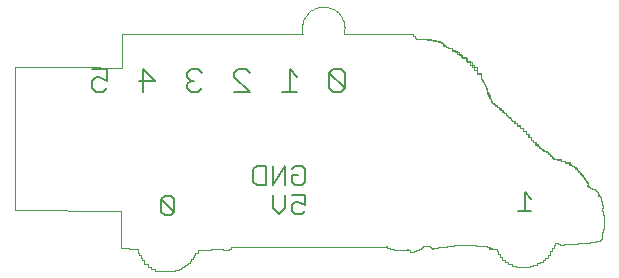
<source format=gbo>
G75*
%MOIN*%
%OFA0B0*%
%FSLAX24Y24*%
%IPPOS*%
%LPD*%
%AMOC8*
5,1,8,0,0,1.08239X$1,22.5*
%
%ADD10C,0.0010*%
%ADD11C,0.0004*%
%ADD12C,0.0070*%
%ADD13C,0.0060*%
D10*
X005682Y009387D02*
X005682Y009460D01*
X005557Y009460D01*
X005557Y009555D01*
X005438Y009555D01*
X005438Y009675D01*
X005386Y009675D01*
X005386Y009746D01*
X005331Y009746D01*
X005331Y009835D01*
X005283Y009835D01*
X005283Y009927D01*
X005250Y009927D01*
X005250Y010007D01*
X005235Y010007D01*
X005235Y010055D01*
X005135Y010055D01*
X005135Y010061D01*
X004929Y010061D01*
X004929Y010074D01*
X004755Y010074D01*
X005682Y009387D02*
X005818Y009387D01*
X005818Y009333D01*
X005969Y009333D01*
X005969Y009320D01*
X006023Y009320D01*
X006023Y009312D01*
X006073Y009312D01*
X006073Y009309D01*
X006244Y009309D01*
X006244Y009310D01*
X006349Y009310D01*
X006349Y009313D01*
X006415Y009313D01*
X006415Y009320D02*
X006463Y009320D01*
X006463Y009335D01*
X006514Y009335D01*
X006514Y009363D02*
X006595Y009363D01*
X006595Y009396D01*
X006672Y009396D01*
X006672Y009417D01*
X006716Y009417D01*
X006716Y009440D01*
X006758Y009440D01*
X006758Y009471D01*
X006807Y009471D01*
X006807Y009514D01*
X006871Y009514D01*
X006871Y009550D01*
X006918Y009550D01*
X006918Y009598D01*
X006966Y009598D01*
X006966Y009653D01*
X007016Y009653D01*
X007016Y009715D01*
X007064Y009715D01*
X007064Y009780D01*
X007109Y009780D01*
X007109Y009846D01*
X007149Y009846D01*
X007149Y009909D01*
X007182Y009909D01*
X007207Y009931D01*
X007231Y009931D01*
X007231Y010005D01*
X007256Y010005D01*
X007256Y010011D01*
X007305Y010011D01*
X007305Y010014D01*
X007335Y010014D01*
X007335Y010017D01*
X007384Y010017D01*
X007384Y010021D01*
X007444Y010021D01*
X007444Y010023D01*
X007508Y010023D01*
X007508Y010027D01*
X007581Y010027D01*
X007581Y010031D01*
X007664Y010031D01*
X007664Y010037D01*
X007748Y010037D01*
X007748Y010043D01*
X007821Y010043D01*
X007821Y010049D01*
X007893Y010049D01*
X007893Y010053D01*
X007948Y010053D01*
X007948Y010055D01*
X007990Y010055D01*
X007990Y010056D01*
X008020Y010056D01*
X008020Y010054D01*
X008041Y010054D01*
X008041Y010051D01*
X008054Y010051D01*
X008054Y010045D01*
X008063Y010045D01*
X008063Y010038D01*
X008068Y010038D01*
X008068Y010023D01*
X008084Y010023D01*
X008084Y010011D01*
X008111Y010011D01*
X008111Y010003D01*
X008146Y010003D01*
X008146Y010001D01*
X008189Y010001D01*
X008189Y010003D01*
X008211Y010003D01*
X008211Y010007D01*
X008233Y010007D01*
X008233Y010017D01*
X008256Y010017D01*
X008256Y010031D01*
X008283Y010031D01*
X008283Y010049D01*
X008311Y010049D01*
X008311Y010066D01*
X008328Y010066D01*
X008328Y010088D01*
X008340Y010088D01*
X008353Y010123D01*
X008364Y010123D01*
X008377Y010124D01*
X013513Y010111D01*
X013488Y010154D01*
X013552Y010154D01*
X013552Y010099D01*
X013633Y010099D01*
X013633Y010063D01*
X013698Y010063D01*
X013698Y010040D01*
X013756Y010040D01*
X013756Y010026D01*
X013822Y010026D01*
X013822Y010018D01*
X013917Y010018D01*
X013917Y010016D01*
X014033Y010016D01*
X014033Y010020D01*
X014142Y010020D01*
X014142Y010031D01*
X014217Y010031D01*
X014217Y010036D01*
X014237Y010036D01*
X014237Y010035D01*
X014253Y010035D01*
X014253Y010024D01*
X014270Y010024D01*
X014270Y010000D01*
X014296Y010000D01*
X014296Y009965D01*
X014344Y009965D01*
X014344Y009949D01*
X014391Y009949D01*
X014391Y009953D01*
X014437Y009953D01*
X014437Y009975D01*
X014482Y009975D01*
X014482Y009991D01*
X014513Y009991D01*
X014513Y010008D01*
X014553Y010008D01*
X014553Y010030D01*
X014611Y010030D01*
X014611Y010054D01*
X014661Y010054D01*
X014661Y010079D01*
X014698Y010079D01*
X014698Y010103D01*
X014720Y010103D01*
X014720Y010123D01*
X014736Y010123D01*
X014736Y010136D01*
X014760Y010136D01*
X014760Y010143D01*
X014806Y010143D01*
X014806Y010149D01*
X014885Y010149D01*
X014885Y010154D01*
X014975Y010154D01*
X014975Y010131D01*
X014981Y010131D01*
X014981Y010107D01*
X014993Y010107D01*
X014993Y010083D01*
X015013Y010083D01*
X015013Y010071D01*
X015028Y010071D01*
X015028Y010063D01*
X015041Y010063D01*
X015041Y010061D01*
X015056Y010061D01*
X015056Y010063D01*
X015075Y010063D01*
X015075Y010067D01*
X015107Y010067D01*
X015107Y010075D01*
X015167Y010075D01*
X015167Y010087D01*
X015247Y010087D01*
X015247Y010100D01*
X015338Y010100D01*
X015338Y010114D01*
X015438Y010114D01*
X015438Y010129D01*
X015542Y010129D01*
X015542Y010142D01*
X015636Y010142D01*
X015636Y010152D01*
X015710Y010152D01*
X015710Y010160D01*
X015766Y010160D01*
X015766Y010169D01*
X015814Y010169D01*
X015814Y010176D01*
X015849Y010176D01*
X015849Y010182D01*
X015866Y010182D01*
X015866Y010187D01*
X015897Y010187D01*
X015897Y010188D01*
X015969Y010188D01*
X015969Y010186D01*
X016074Y010186D01*
X016074Y010182D01*
X016204Y010182D01*
X016204Y010176D01*
X016350Y010176D01*
X016350Y010167D01*
X016503Y010167D01*
X016503Y010156D01*
X016656Y010156D01*
X016656Y010144D01*
X016800Y010144D01*
X016800Y010139D01*
X016838Y010139D01*
X016838Y010134D01*
X016867Y010134D01*
X016867Y010128D01*
X016888Y010128D01*
X016888Y010119D01*
X016900Y010119D01*
X016900Y010112D01*
X016914Y010112D01*
X016914Y010105D01*
X016933Y010105D01*
X016933Y010100D01*
X016961Y010100D01*
X016961Y010097D01*
X017001Y010097D01*
X017001Y010093D01*
X017006Y010081D01*
X017006Y010075D01*
X017038Y010075D01*
X017038Y010066D01*
X017064Y010066D01*
X017064Y010051D01*
X016953Y010088D01*
X016953Y010063D01*
X016998Y010063D01*
X016998Y010048D01*
X017039Y010048D01*
X017039Y010040D01*
X017081Y010040D01*
X017081Y010038D01*
X017208Y010038D01*
X017208Y009988D01*
X017233Y009988D01*
X017233Y009887D01*
X017296Y009887D01*
X017296Y009784D01*
X017380Y009784D01*
X017380Y009690D01*
X017476Y009690D01*
X017476Y009615D01*
X017576Y009615D01*
X017576Y009549D01*
X017695Y009549D01*
X017695Y009499D01*
X017823Y009499D01*
X017823Y009464D01*
X017958Y009464D01*
X017958Y009446D01*
X018202Y009446D01*
X018202Y009459D01*
X018309Y009459D01*
X018309Y009484D01*
X018417Y009484D01*
X018417Y009520D01*
X018522Y009520D01*
X018522Y009567D01*
X018624Y009567D01*
X018624Y009624D01*
X018721Y009624D01*
X018721Y009690D01*
X018812Y009690D01*
X018812Y009765D01*
X018893Y009765D01*
X018893Y009861D01*
X018973Y009861D01*
X018973Y009972D01*
X019047Y009972D01*
X019047Y010084D01*
X019106Y010084D01*
X019106Y010184D01*
X019141Y010184D01*
X019141Y010231D01*
X019152Y010231D01*
X019152Y010235D01*
X019205Y010235D01*
X019205Y010237D01*
X019233Y010237D01*
X019233Y010235D01*
X019251Y010235D01*
X019251Y010231D01*
X019262Y010231D01*
X019262Y010222D01*
X019271Y010222D01*
X019271Y010209D01*
X019281Y010209D01*
X019281Y010201D01*
X019296Y010201D01*
X019296Y010196D01*
X019322Y010196D01*
X019322Y010194D01*
X019368Y010194D01*
X019368Y010197D01*
X019441Y010197D01*
X019441Y010203D01*
X019548Y010203D01*
X019548Y010214D01*
X019696Y010214D01*
X019696Y010229D01*
X019893Y010229D01*
X019893Y010242D01*
X020062Y010242D01*
X020062Y010251D01*
X020196Y010251D01*
X020196Y010260D01*
X020298Y010260D01*
X020298Y010267D01*
X020374Y010267D01*
X020374Y010273D01*
X020428Y010273D01*
X020428Y010278D01*
X020464Y010278D01*
X020464Y010284D01*
X020487Y010284D01*
X020487Y010290D01*
X020501Y010290D01*
X020501Y010303D01*
X020539Y010303D01*
X020539Y010308D01*
X020584Y010308D01*
X020584Y010309D01*
X020610Y010309D01*
X020610Y010313D01*
X020629Y010313D01*
X020629Y010323D01*
X020646Y010323D01*
X020646Y010340D01*
X020664Y010340D01*
X020664Y010361D01*
X020680Y010361D01*
X020680Y010378D01*
X020690Y010378D01*
X020690Y010401D01*
X020694Y010401D01*
X020694Y010436D01*
X020694Y010436D01*
X020694Y010491D01*
X020697Y010491D01*
X020697Y010543D01*
X020707Y010543D01*
X020707Y010587D01*
X020720Y010587D01*
X020720Y010616D01*
X020736Y010616D01*
X020736Y010649D01*
X020749Y010649D01*
X020749Y010713D01*
X020758Y010713D01*
X020758Y010799D01*
X020762Y010799D01*
X020762Y010899D01*
X020764Y010899D01*
X020764Y011003D01*
X020762Y011003D01*
X020762Y011103D01*
X020756Y011103D01*
X020756Y011189D01*
X020747Y011189D01*
X020747Y011254D01*
X020734Y011254D01*
X020734Y011330D01*
X020720Y011330D01*
X020720Y011403D01*
X020728Y011403D01*
X020728Y011475D01*
X020722Y011475D01*
X020722Y011533D01*
X020712Y011533D01*
X020712Y011597D01*
X020700Y011597D01*
X020700Y011660D01*
X020685Y011660D01*
X020685Y011715D01*
X020670Y011715D01*
X020670Y011758D01*
X020657Y011758D01*
X020657Y011782D01*
X020646Y011782D01*
X020646Y011798D01*
X020627Y011798D01*
X020627Y011804D01*
X020605Y011804D01*
X020605Y011805D01*
X020592Y011805D01*
X020592Y011810D01*
X020585Y011810D01*
X020585Y011820D01*
X020584Y011820D01*
X020584Y011839D01*
X020587Y011839D01*
X020587Y011860D01*
X020589Y011860D01*
X020589Y011879D01*
X020584Y011879D01*
X020584Y011903D01*
X020572Y011903D01*
X020572Y011940D01*
X020547Y011940D01*
X020547Y011964D01*
X020530Y011964D01*
X020530Y011982D01*
X020516Y011982D01*
X020516Y011998D01*
X020499Y011998D01*
X020499Y012011D01*
X020480Y012011D01*
X020480Y012024D01*
X020454Y012024D01*
X020454Y012040D01*
X020417Y012040D01*
X020417Y012060D01*
X020368Y012060D01*
X020368Y012085D01*
X020302Y012085D01*
X020302Y012102D01*
X020259Y012102D01*
X020259Y012115D01*
X020234Y012115D01*
X020234Y012127D01*
X020221Y012127D01*
X020221Y012142D01*
X020215Y012142D01*
X020215Y012164D01*
X020214Y012164D01*
X020214Y012179D01*
X020220Y012179D01*
X020220Y012195D01*
X020227Y012195D01*
X020227Y012220D01*
X020230Y012220D01*
X020230Y012235D01*
X020229Y012235D01*
X020229Y012248D01*
X020224Y012248D01*
X020224Y012258D01*
X020215Y012258D01*
X020215Y012267D01*
X020201Y012267D01*
X020201Y012281D01*
X020186Y012281D01*
X020186Y012305D01*
X020164Y012305D01*
X020164Y012338D01*
X020140Y012338D01*
X020140Y012374D01*
X020115Y012374D01*
X020115Y012413D01*
X020087Y012413D01*
X020087Y012456D01*
X020057Y012456D01*
X020057Y012496D01*
X020027Y012496D01*
X020027Y012529D01*
X020001Y012529D01*
X020001Y012557D01*
X019979Y012557D01*
X019979Y012582D01*
X019958Y012582D01*
X019958Y012602D01*
X019943Y012602D01*
X019943Y012614D01*
X019933Y012614D01*
X019933Y012629D01*
X019919Y012629D01*
X019919Y012655D01*
X019892Y012655D01*
X019892Y012689D01*
X019855Y012689D01*
X019855Y012727D01*
X019812Y012727D01*
X019812Y012775D01*
X019757Y012775D01*
X019757Y012812D01*
X019708Y012812D01*
X019708Y012840D01*
X019664Y012840D01*
X019664Y012866D01*
X019616Y012866D01*
X019616Y012931D01*
X019474Y012931D01*
X019474Y012989D01*
X019331Y012989D01*
X019331Y013032D01*
X019203Y013032D01*
X019203Y013055D01*
X019105Y013055D01*
X019105Y013059D01*
X019081Y013059D01*
X019081Y013066D01*
X019064Y013066D01*
X019064Y013080D01*
X019051Y013080D01*
X019051Y013103D01*
X019035Y013103D01*
X019035Y013119D01*
X019024Y013119D01*
X019024Y013135D01*
X019012Y013135D01*
X019012Y013148D01*
X019001Y013148D01*
X019001Y013155D01*
X018993Y013155D01*
X018993Y013165D01*
X018982Y013165D01*
X018982Y013183D01*
X018965Y013183D01*
X018965Y013206D01*
X018944Y013206D01*
X018944Y013233D01*
X018920Y013233D01*
X018920Y013255D01*
X018901Y013255D01*
X018901Y013271D01*
X018886Y013271D01*
X018886Y013283D01*
X018875Y013283D01*
X018875Y013291D01*
X018864Y013291D01*
X018864Y013297D01*
X018855Y013297D01*
X018855Y013299D01*
X018846Y013299D01*
X018846Y013301D01*
X018821Y013301D01*
X018821Y013305D01*
X018789Y013305D01*
X018789Y013316D01*
X018769Y013316D01*
X018769Y013332D01*
X018749Y013332D01*
X018749Y013348D01*
X018719Y013348D01*
X018719Y013366D01*
X018687Y013366D01*
X018687Y013385D01*
X018663Y013385D01*
X018663Y013403D01*
X018640Y013403D01*
X018640Y013418D01*
X018612Y013418D01*
X018612Y013435D01*
X018587Y013435D01*
X018587Y013473D01*
X018545Y013473D01*
X018545Y013531D01*
X018486Y013531D01*
X018486Y013611D01*
X018411Y013611D01*
X018411Y013686D01*
X018338Y013686D01*
X018338Y013775D01*
X018251Y013775D01*
X018251Y013872D01*
X018157Y013872D01*
X018157Y013972D01*
X018057Y013972D01*
X018057Y014070D01*
X017958Y014070D01*
X017958Y014164D01*
X017862Y014164D01*
X017862Y014246D01*
X017777Y014246D01*
X017777Y014314D01*
X017706Y014314D01*
X017706Y014354D01*
X017663Y014354D01*
X017663Y014400D01*
X017616Y014400D01*
X017616Y014443D01*
X017569Y014443D01*
X017569Y014481D01*
X017529Y014481D01*
X017529Y014521D01*
X017488Y014521D01*
X017488Y014567D01*
X017437Y014567D01*
X017437Y014618D01*
X017380Y014618D01*
X017380Y014673D01*
X017320Y014673D01*
X017320Y014728D01*
X017258Y014728D01*
X017258Y014780D01*
X017198Y014780D01*
X017198Y014828D01*
X017142Y014828D01*
X017142Y014869D01*
X017094Y014869D01*
X017094Y014896D01*
X017063Y014896D01*
X017063Y014921D01*
X017037Y014921D01*
X017037Y014940D01*
X017020Y014940D01*
X017020Y014951D01*
X017013Y014951D01*
X017013Y014966D01*
X017008Y014966D01*
X017008Y014996D01*
X016996Y014996D01*
X016996Y015036D01*
X016976Y015036D01*
X016976Y015083D01*
X016953Y015083D01*
X016953Y015165D01*
X016913Y015165D01*
X016913Y015230D01*
X016885Y015230D01*
X016885Y015281D01*
X016869Y015281D01*
X016869Y015321D01*
X016865Y015321D01*
X016865Y015342D01*
X016860Y015342D01*
X016860Y015377D01*
X016846Y015377D01*
X016846Y015424D01*
X016825Y015424D01*
X016825Y015479D01*
X016797Y015479D01*
X016797Y015538D01*
X016766Y015538D01*
X016766Y015600D01*
X016731Y015600D01*
X016731Y015661D01*
X016695Y015661D01*
X016695Y015719D01*
X016660Y015719D01*
X016660Y015878D01*
X016549Y015878D01*
X016549Y016033D01*
X016427Y016033D01*
X016427Y016180D01*
X016294Y016180D01*
X016294Y016318D01*
X016155Y016318D01*
X016155Y016444D01*
X016010Y016444D01*
X016010Y016557D01*
X015862Y016557D01*
X015862Y016655D01*
X015714Y016655D01*
X015714Y016736D01*
X015566Y016736D01*
X015566Y016773D01*
X015490Y016773D01*
X015490Y016801D01*
X015446Y016801D01*
X015446Y016827D01*
X015420Y016827D01*
X015420Y016864D01*
X015399Y016864D01*
X015399Y016883D01*
X015388Y016883D01*
X015388Y016900D01*
X015375Y016900D01*
X015375Y016916D01*
X015361Y016916D01*
X015361Y016926D01*
X015347Y016926D01*
X015347Y016946D01*
X015306Y016946D01*
X015306Y016964D01*
X015246Y016964D01*
X015246Y016982D01*
X015170Y016982D01*
X015170Y016998D01*
X015080Y016998D01*
X015080Y017012D01*
X014979Y017012D01*
X014979Y017025D01*
X014868Y017025D01*
X014868Y017036D01*
X014750Y017036D01*
X014750Y017044D01*
X014627Y017044D01*
X014627Y017050D01*
X014493Y017050D01*
X014493Y017088D01*
X014475Y017088D01*
X014475Y017120D01*
X014458Y017120D01*
X014458Y017142D01*
X014441Y017142D01*
X014441Y017143D01*
X014438Y017143D01*
X014438Y017144D01*
X014431Y017144D01*
X014431Y017145D01*
X014420Y017145D01*
X014420Y017146D01*
X014403Y017146D01*
X014412Y017156D02*
X014429Y017156D01*
X014429Y017155D01*
X014440Y017155D01*
X014440Y017154D01*
X014448Y017154D01*
X014448Y017153D01*
X014451Y017153D01*
X014451Y017151D01*
X014467Y017151D01*
X014467Y017129D01*
X014484Y017129D01*
X014484Y017098D01*
X014501Y017098D01*
X014501Y017059D01*
X014635Y017059D01*
X014635Y017053D01*
X014759Y017053D01*
X014759Y017045D01*
X014877Y017045D01*
X014877Y017035D01*
X014988Y017035D01*
X014988Y017022D01*
X015090Y017022D01*
X015090Y017007D01*
X015179Y017007D01*
X015179Y016991D01*
X015255Y016991D01*
X015255Y016973D01*
X015315Y016973D01*
X015315Y016954D01*
X015357Y016954D01*
X015357Y016935D01*
X015370Y016935D01*
X015370Y016925D01*
X015384Y016925D01*
X015384Y016910D01*
X015397Y016910D01*
X015397Y016892D01*
X015408Y016892D01*
X015408Y016874D01*
X015430Y016874D01*
X015430Y016837D01*
X015456Y016837D01*
X015456Y016810D01*
X015500Y016810D01*
X015500Y016783D01*
X015575Y016783D01*
X015575Y016745D01*
X015687Y016745D01*
X015687Y016684D01*
X015812Y016684D01*
X015812Y016606D01*
X015936Y016606D01*
X015936Y016519D01*
X016049Y016519D01*
X016049Y016430D01*
X016220Y016430D01*
X016220Y016274D01*
X016384Y016274D01*
X016384Y016100D01*
X016536Y016100D01*
X016536Y015916D01*
X016668Y015916D01*
X016668Y015728D01*
X016705Y015728D01*
X016705Y015671D01*
X016740Y015671D01*
X016740Y015609D01*
X016775Y015609D01*
X016775Y015548D01*
X016807Y015548D01*
X016807Y015488D01*
X016834Y015488D01*
X016834Y015433D01*
X016855Y015433D01*
X016855Y015387D01*
X016869Y015387D01*
X016869Y015351D01*
X016874Y015351D01*
X016874Y015330D01*
X016879Y015330D01*
X016879Y015290D01*
X016895Y015290D01*
X016895Y015239D01*
X016922Y015239D01*
X016922Y015174D01*
X016962Y015174D01*
X016962Y015092D01*
X016986Y015092D01*
X016986Y015046D01*
X017005Y015046D01*
X017005Y015005D01*
X017018Y015005D01*
X017018Y014975D01*
X017023Y014975D01*
X017023Y014961D01*
X017029Y014961D01*
X017029Y014950D01*
X017047Y014950D01*
X017047Y014931D01*
X017072Y014931D01*
X017072Y014906D01*
X017103Y014906D01*
X017103Y014878D01*
X017152Y014878D01*
X017152Y014837D01*
X017207Y014837D01*
X017207Y014789D01*
X017268Y014789D01*
X017268Y014737D01*
X017329Y014737D01*
X017329Y014682D01*
X017389Y014682D01*
X017389Y014628D01*
X017446Y014628D01*
X017446Y014576D01*
X017497Y014576D01*
X017497Y014529D01*
X017538Y014529D01*
X017538Y014491D01*
X017578Y014491D01*
X017578Y014453D01*
X017625Y014453D01*
X017625Y014409D01*
X017672Y014409D01*
X017672Y014364D01*
X017715Y014364D01*
X017715Y014324D01*
X017787Y014324D01*
X017787Y014256D01*
X017872Y014256D01*
X017872Y014173D01*
X017967Y014173D01*
X017967Y014080D01*
X018066Y014080D01*
X018066Y013981D01*
X018166Y013981D01*
X018166Y013881D01*
X018261Y013881D01*
X018261Y013785D01*
X018347Y013785D01*
X018347Y013696D01*
X018420Y013696D01*
X018420Y013620D01*
X018496Y013620D01*
X018496Y013540D01*
X018555Y013540D01*
X018555Y013482D01*
X018596Y013482D01*
X018596Y013445D01*
X018621Y013445D01*
X018621Y013428D01*
X018649Y013428D01*
X018649Y013412D01*
X018672Y013412D01*
X018672Y013394D01*
X018696Y013394D01*
X018696Y013375D01*
X018728Y013375D01*
X018728Y013358D01*
X018758Y013358D01*
X018758Y013342D01*
X018778Y013342D01*
X018778Y013325D01*
X018798Y013325D01*
X018798Y013314D01*
X018831Y013314D01*
X018831Y013310D01*
X018855Y013310D01*
X018855Y013309D01*
X018864Y013309D01*
X018864Y013305D01*
X018874Y013305D01*
X018874Y013301D01*
X018884Y013301D01*
X018884Y013292D01*
X018896Y013292D01*
X018896Y013281D01*
X018910Y013281D01*
X018910Y013264D01*
X018929Y013264D01*
X018929Y013242D01*
X018953Y013242D01*
X018953Y013216D01*
X018974Y013216D01*
X018974Y013192D01*
X018992Y013192D01*
X018992Y013174D01*
X019002Y013174D01*
X019002Y013165D01*
X019010Y013165D01*
X019010Y013157D01*
X019021Y013157D01*
X019021Y013145D01*
X019033Y013145D01*
X019033Y013129D01*
X019044Y013129D01*
X019044Y013111D01*
X019060Y013111D01*
X019060Y013089D01*
X019074Y013089D01*
X019074Y013075D01*
X019091Y013075D01*
X019091Y013068D01*
X019114Y013068D01*
X019114Y013063D01*
X019212Y013063D01*
X019212Y013041D01*
X019340Y013041D01*
X019340Y012998D01*
X019484Y012998D01*
X019484Y012941D01*
X019625Y012941D01*
X019625Y012875D01*
X019673Y012875D01*
X019673Y012849D01*
X019718Y012849D01*
X019718Y012820D01*
X019766Y012820D01*
X019766Y012784D01*
X019821Y012784D01*
X019821Y012737D01*
X019864Y012737D01*
X019864Y012698D01*
X019902Y012698D01*
X019902Y012664D01*
X019929Y012664D01*
X019929Y012638D01*
X019943Y012638D01*
X019943Y012624D01*
X019952Y012624D01*
X019952Y012611D01*
X019968Y012611D01*
X019968Y012591D01*
X019988Y012591D01*
X019988Y012566D01*
X020010Y012566D01*
X020010Y012538D01*
X020036Y012538D01*
X020036Y012506D01*
X020066Y012506D01*
X020066Y012466D01*
X020097Y012466D01*
X020097Y012423D01*
X020123Y012423D01*
X020123Y012383D01*
X020149Y012383D01*
X020149Y012347D01*
X020173Y012347D01*
X020173Y012315D01*
X020195Y012315D01*
X020195Y012291D01*
X020210Y012291D01*
X020210Y012277D01*
X020225Y012277D01*
X020225Y012267D01*
X020234Y012267D01*
X020234Y012256D01*
X020238Y012256D01*
X020238Y012241D01*
X020239Y012241D01*
X020239Y012220D01*
X020236Y012220D01*
X020236Y012188D01*
X020230Y012188D01*
X020230Y012170D01*
X020222Y012170D01*
X020222Y012153D01*
X020232Y012153D01*
X020232Y012136D01*
X020262Y012136D01*
X020262Y012116D01*
X020311Y012116D01*
X020311Y012094D01*
X014412Y017157D02*
X014412Y017156D01*
D11*
X014404Y017147D02*
X014391Y017216D01*
X012091Y017216D01*
X012092Y017216D02*
X012105Y017267D01*
X012114Y017319D01*
X012119Y017372D01*
X012121Y017425D01*
X012119Y017477D01*
X012112Y017530D01*
X012102Y017581D01*
X012088Y017632D01*
X012070Y017682D01*
X012049Y017730D01*
X012024Y017777D01*
X011995Y017821D01*
X011964Y017863D01*
X011929Y017903D01*
X011891Y017940D01*
X011851Y017975D01*
X011809Y018006D01*
X011764Y018034D01*
X011717Y018058D01*
X011669Y018079D01*
X011619Y018096D01*
X011568Y018110D01*
X011516Y018119D01*
X011463Y018125D01*
X011410Y018127D01*
X011358Y018125D01*
X011305Y018119D01*
X011253Y018109D01*
X011202Y018095D01*
X011153Y018078D01*
X011104Y018057D01*
X011058Y018032D01*
X011013Y018004D01*
X010970Y017973D01*
X010930Y017938D01*
X010893Y017901D01*
X010859Y017861D01*
X010827Y017819D01*
X010799Y017774D01*
X010774Y017728D01*
X010753Y017679D01*
X010735Y017629D01*
X010721Y017579D01*
X010711Y017527D01*
X010705Y017474D01*
X010703Y017422D01*
X010705Y017369D01*
X010710Y017316D01*
X010720Y017264D01*
X010733Y017213D01*
X010733Y017214D02*
X004715Y017224D01*
X004715Y016090D01*
X003273Y016100D01*
X001139Y016109D01*
X001130Y011342D01*
X004657Y011332D01*
X004657Y010265D01*
X004657Y010073D01*
X004754Y010073D01*
D12*
X005405Y015270D02*
X005405Y016061D01*
X005800Y015665D01*
X005273Y015665D01*
X004216Y015665D02*
X003953Y015797D01*
X003821Y015797D01*
X003689Y015665D01*
X003689Y015402D01*
X003821Y015270D01*
X004084Y015270D01*
X004216Y015402D01*
X004216Y015665D02*
X004216Y016061D01*
X003689Y016061D01*
X006857Y015929D02*
X006857Y015797D01*
X006988Y015665D01*
X006857Y015534D01*
X006857Y015402D01*
X006988Y015270D01*
X007252Y015270D01*
X007384Y015402D01*
X007120Y015665D02*
X006988Y015665D01*
X006857Y015929D02*
X006988Y016061D01*
X007252Y016061D01*
X007384Y015929D01*
X008440Y015929D02*
X008440Y015797D01*
X008967Y015270D01*
X008440Y015270D01*
X008440Y015929D02*
X008572Y016061D01*
X008836Y016061D01*
X008967Y015929D01*
X010024Y015270D02*
X010551Y015270D01*
X010288Y015270D02*
X010288Y016061D01*
X010551Y015797D01*
X011608Y015929D02*
X011608Y015402D01*
X011740Y015270D01*
X012003Y015270D01*
X012135Y015402D01*
X011608Y015929D01*
X011740Y016061D01*
X012003Y016061D01*
X012135Y015929D01*
X012135Y015402D01*
D13*
X010690Y012831D02*
X010476Y012831D01*
X010370Y012724D01*
X010370Y012510D02*
X010583Y012510D01*
X010370Y012510D02*
X010370Y012297D01*
X010476Y012190D01*
X010690Y012190D01*
X010797Y012297D01*
X010797Y012724D01*
X010690Y012831D01*
X010152Y012831D02*
X009725Y012190D01*
X009725Y012831D01*
X009508Y012831D02*
X009187Y012831D01*
X009081Y012724D01*
X009081Y012297D01*
X009187Y012190D01*
X009508Y012190D01*
X009508Y012831D01*
X010152Y012831D02*
X010152Y012190D01*
X010152Y011844D02*
X010152Y011417D01*
X009939Y011203D01*
X009725Y011417D01*
X009725Y011844D01*
X010370Y011844D02*
X010797Y011844D01*
X010797Y011523D01*
X010583Y011630D01*
X010476Y011630D01*
X010370Y011523D01*
X010370Y011310D01*
X010476Y011203D01*
X010690Y011203D01*
X010797Y011310D01*
X006447Y011285D02*
X006020Y011712D01*
X006020Y011285D01*
X006127Y011178D01*
X006341Y011178D01*
X006447Y011285D01*
X006447Y011712D01*
X006341Y011819D01*
X006127Y011819D01*
X006020Y011712D01*
X017919Y011303D02*
X018346Y011303D01*
X018132Y011303D02*
X018132Y011944D01*
X018346Y011730D01*
M02*

</source>
